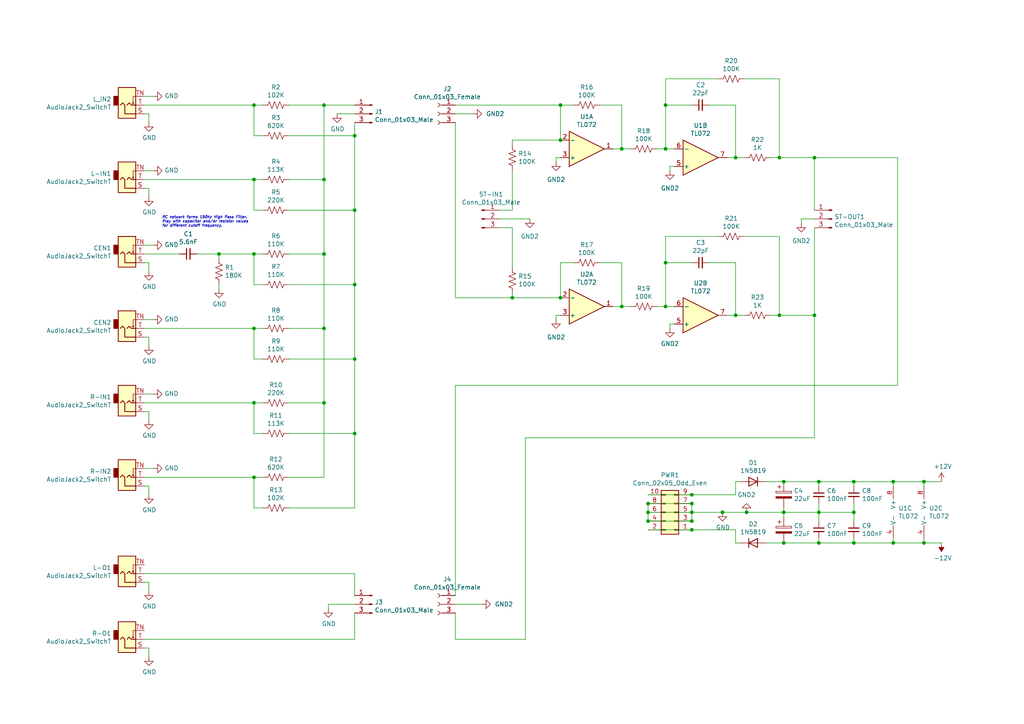
<source format=kicad_sch>
(kicad_sch (version 20230121) (generator eeschema)
  (paper "A4")
  (title_block (title "Mixor Image") (date "2022-03-31") (rev "5") (company "Modular Maculata") (comment 1 "(inspired by nearness mixer)") (comment 2 "CONSTANT POWER PANNING (-35, -15, 0, 15, 35)"))
  (lib_symbols
    (symbol "Amplifier_Operational:TL072" (pin_names (offset 0.127))
      (property "Reference" "U" (at 0 5.08 0))
      (property "Value" "TL072" (at 0 -5.08 0))
      (symbol "TL072_1_1"
        (polyline (pts (xy -5.08 5.08) (xy 5.08 0) (xy -5.08 -5.08) (xy -5.08 5.08)) (stroke (width 0.254)) (fill (type background)))
        (pin output line (at 7.62 0 180) (length 2.54) (name "~") (number "1"))
        (pin input line (at -7.62 -2.54 0) (length 2.54) (name "-") (number "2"))
        (pin input line (at -7.62 2.54 0) (length 2.54) (name "+") (number "3"))
      )
      (symbol "TL072_2_1"
        (polyline (pts (xy -5.08 5.08) (xy 5.08 0) (xy -5.08 -5.08) (xy -5.08 5.08)) (stroke (width 0.254)) (fill (type background)))
        (pin input line (at -7.62 2.54 0) (length 2.54) (name "+") (number "5"))
        (pin input line (at -7.62 -2.54 0) (length 2.54) (name "-") (number "6"))
        (pin output line (at 7.62 0 180) (length 2.54) (name "~") (number "7"))
      )
      (symbol "TL072_3_1"
        (pin power_in line (at -2.54 -7.62 90) (length 3.81) (name "V-") (number "4"))
        (pin power_in line (at -2.54 7.62 270) (length 3.81) (name "V+") (number "8"))
      )
    )
    (symbol "Connector:Conn_01x03_Pin" (pin_names (offset 1.016) hide)
      (property "Reference" "J" (at 0 5.08 0))
      (property "Value" "Conn_01x03_Pin" (at 0 -5.08 0))
      (symbol "Conn_01x03_Pin_1_1"
        (polyline (pts (xy 1.27 -2.54) (xy 0.8636 -2.54)) (stroke (width 0.1524)))
        (polyline (pts (xy 1.27 0) (xy 0.8636 0)) (stroke (width 0.1524)))
        (polyline (pts (xy 1.27 2.54) (xy 0.8636 2.54)) (stroke (width 0.1524)))
        (rectangle (start 0.8636 -2.413) (end 0 -2.667) (stroke (width 0.1524)) (fill (type outline)))
        (rectangle (start 0.8636 0.127) (end 0 -0.127) (stroke (width 0.1524)) (fill (type outline)))
        (rectangle (start 0.8636 2.667) (end 0 2.413) (stroke (width 0.1524)) (fill (type outline)))
        (pin passive line (at 5.08 2.54 180) (length 3.81) (name "Pin_1") (number "1"))
        (pin passive line (at 5.08 0 180) (length 3.81) (name "Pin_2") (number "2"))
        (pin passive line (at 5.08 -2.54 180) (length 3.81) (name "Pin_3") (number "3"))
      )
    )
    (symbol "Connector:Conn_01x03_Socket" (pin_names (offset 1.016) hide)
      (property "Reference" "J" (at 0 5.08 0))
      (property "Value" "Conn_01x03_Socket" (at 0 -5.08 0))
      (symbol "Conn_01x03_Socket_1_1"
        (arc (start 0 -2.032) (mid -0.5058 -2.54) (end 0 -3.048) (stroke (width 0.1524)))
        (polyline (pts (xy -1.27 -2.54) (xy -0.508 -2.54)) (stroke (width 0.1524)))
        (polyline (pts (xy -1.27 0) (xy -0.508 0)) (stroke (width 0.1524)))
        (polyline (pts (xy -1.27 2.54) (xy -0.508 2.54)) (stroke (width 0.1524)))
        (arc (start 0 0.508) (mid -0.5058 0) (end 0 -0.508) (stroke (width 0.1524)))
        (arc (start 0 3.048) (mid -0.5058 2.54) (end 0 2.032) (stroke (width 0.1524)))
        (pin passive line (at -5.08 2.54 0) (length 3.81) (name "Pin_1") (number "1"))
        (pin passive line (at -5.08 0 0) (length 3.81) (name "Pin_2") (number "2"))
        (pin passive line (at -5.08 -2.54 0) (length 3.81) (name "Pin_3") (number "3"))
      )
    )
    (symbol "Connector_Audio:AudioJack2_SwitchT"
      (property "Reference" "J" (at 0 8.89 0))
      (property "Value" "AudioJack2_SwitchT" (at 0 6.35 0))
      (symbol "AudioJack2_SwitchT_0_1"
        (rectangle (start -2.54 0) (end -3.81 -2.54) (stroke (width 0.254)) (fill (type outline)))
        (polyline (pts (xy 1.778 -0.254) (xy 2.032 -0.762)))
        (polyline (pts (xy 0 0) (xy 0.635 -0.635) (xy 1.27 0) (xy 2.54 0)) (stroke (width 0.254)))
        (polyline (pts (xy 2.54 -2.54) (xy 1.778 -2.54) (xy 1.778 -0.254) (xy 1.524 -0.762)))
        (polyline (pts (xy 2.54 2.54) (xy -0.635 2.54) (xy -0.635 0) (xy -1.27 -0.635) (xy -1.905 0)) (stroke (width 0.254)))
        (rectangle (start 2.54 3.81) (end -2.54 -5.08) (stroke (width 0.254)) (fill (type background)))
      )
      (symbol "AudioJack2_SwitchT_1_1"
        (pin passive line (at 5.08 2.54 180) (length 2.54) (name "~") (number "S"))
        (pin passive line (at 5.08 0 180) (length 2.54) (name "~") (number "T"))
        (pin passive line (at 5.08 -2.54 180) (length 2.54) (name "~") (number "TN"))
      )
    )
    (symbol "Connector_Generic:Conn_02x05_Odd_Even" (pin_names (offset 1.016) hide)
      (property "Reference" "J" (at 1.27 7.62 0))
      (property "Value" "Conn_02x05_Odd_Even" (at 1.27 -7.62 0))
      (symbol "Conn_02x05_Odd_Even_1_1"
        (rectangle (start -1.27 -4.953) (end 0 -5.207) (stroke (width 0.1524)))
        (rectangle (start -1.27 -2.413) (end 0 -2.667) (stroke (width 0.1524)))
        (rectangle (start -1.27 0.127) (end 0 -0.127) (stroke (width 0.1524)))
        (rectangle (start -1.27 2.667) (end 0 2.413) (stroke (width 0.1524)))
        (rectangle (start -1.27 5.207) (end 0 4.953) (stroke (width 0.1524)))
        (rectangle (start -1.27 6.35) (end 3.81 -6.35) (stroke (width 0.254)) (fill (type background)))
        (rectangle (start 3.81 -4.953) (end 2.54 -5.207) (stroke (width 0.1524)))
        (rectangle (start 3.81 -2.413) (end 2.54 -2.667) (stroke (width 0.1524)))
        (rectangle (start 3.81 0.127) (end 2.54 -0.127) (stroke (width 0.1524)))
        (rectangle (start 3.81 2.667) (end 2.54 2.413) (stroke (width 0.1524)))
        (rectangle (start 3.81 5.207) (end 2.54 4.953) (stroke (width 0.1524)))
        (pin passive line (at -5.08 5.08 0) (length 3.81) (name "Pin_1") (number "1"))
        (pin passive line (at 7.62 -5.08 180) (length 3.81) (name "Pin_10") (number "10"))
        (pin passive line (at 7.62 5.08 180) (length 3.81) (name "Pin_2") (number "2"))
        (pin passive line (at -5.08 2.54 0) (length 3.81) (name "Pin_3") (number "3"))
        (pin passive line (at 7.62 2.54 180) (length 3.81) (name "Pin_4") (number "4"))
        (pin passive line (at -5.08 0 0) (length 3.81) (name "Pin_5") (number "5"))
        (pin passive line (at 7.62 0 180) (length 3.81) (name "Pin_6") (number "6"))
        (pin passive line (at -5.08 -2.54 0) (length 3.81) (name "Pin_7") (number "7"))
        (pin passive line (at 7.62 -2.54 180) (length 3.81) (name "Pin_8") (number "8"))
        (pin passive line (at -5.08 -5.08 0) (length 3.81) (name "Pin_9") (number "9"))
      )
    )
    (symbol "Device:C_Polarized" (pin_numbers hide) (pin_names (offset 0.254))
      (property "Reference" "C" (at 0.635 2.54 0))
      (property "Value" "C_Polarized" (at 0.635 -2.54 0))
      (symbol "C_Polarized_0_1"
        (rectangle (start -2.286 0.508) (end 2.286 1.016))
        (polyline (pts (xy -1.778 2.286) (xy -0.762 2.286)))
        (polyline (pts (xy -1.27 2.794) (xy -1.27 1.778)))
        (rectangle (start 2.286 -0.508) (end -2.286 -1.016) (fill (type outline)))
      )
      (symbol "C_Polarized_1_1"
        (pin passive line (at 0 3.81 270) (length 2.794) (name "~") (number "1"))
        (pin passive line (at 0 -3.81 90) (length 2.794) (name "~") (number "2"))
      )
    )
    (symbol "Device:C_Small" (pin_numbers hide) (pin_names (offset 0.254) hide)
      (property "Reference" "C" (at 0.254 1.778 0))
      (property "Value" "C_Small" (at 0.254 -2.032 0))
      (symbol "C_Small_0_1"
        (polyline (pts (xy -1.524 -0.508) (xy 1.524 -0.508)) (stroke (width 0.3302)))
        (polyline (pts (xy -1.524 0.508) (xy 1.524 0.508)) (stroke (width 0.3048)))
      )
      (symbol "C_Small_1_1"
        (pin passive line (at 0 2.54 270) (length 2.032) (name "~") (number "1"))
        (pin passive line (at 0 -2.54 90) (length 2.032) (name "~") (number "2"))
      )
    )
    (symbol "Device:D" (pin_numbers hide) (pin_names (offset 1.016) hide)
      (property "Reference" "D" (at 0 2.54 0))
      (property "Value" "D" (at 0 -2.54 0))
      (symbol "D_0_1"
        (polyline (pts (xy -1.27 1.27) (xy -1.27 -1.27)) (stroke (width 0.254)))
        (polyline (pts (xy 1.27 0) (xy -1.27 0)))
        (polyline (pts (xy 1.27 1.27) (xy 1.27 -1.27) (xy -1.27 0) (xy 1.27 1.27)) (stroke (width 0.254)))
      )
      (symbol "D_1_1"
        (pin passive line (at -3.81 0 0) (length 2.54) (name "K") (number "1"))
        (pin passive line (at 3.81 0 180) (length 2.54) (name "A") (number "2"))
      )
    )
    (symbol "Device:R_US" (pin_numbers hide) (pin_names (offset 0))
      (property "Reference" "R" (at 2.54 0 90))
      (property "Value" "R_US" (at -2.54 0 90))
      (symbol "R_US_0_1"
        (polyline (pts (xy 0 -2.286) (xy 0 -2.54)))
        (polyline (pts (xy 0 2.286) (xy 0 2.54)))
        (polyline (pts (xy 0 -0.762) (xy 1.016 -1.143) (xy 0 -1.524) (xy -1.016 -1.905) (xy 0 -2.286)))
        (polyline (pts (xy 0 0.762) (xy 1.016 0.381) (xy 0 0) (xy -1.016 -0.381) (xy 0 -0.762)))
        (polyline (pts (xy 0 2.286) (xy 1.016 1.905) (xy 0 1.524) (xy -1.016 1.143) (xy 0 0.762)))
      )
      (symbol "R_US_1_1"
        (pin passive line (at 0 3.81 270) (length 1.27) (name "~") (number "1"))
        (pin passive line (at 0 -3.81 90) (length 1.27) (name "~") (number "2"))
      )
    )
    (symbol "power:+12V" (power) (pin_names (offset 0))
      (property "Value" "+12V" (at 0 3.556 0))
      (symbol "+12V_0_1"
        (polyline (pts (xy -0.762 1.27) (xy 0 2.54)))
        (polyline (pts (xy 0 0) (xy 0 2.54)))
        (polyline (pts (xy 0 2.54) (xy 0.762 1.27)))
      )
      (symbol "+12V_1_1"
        (pin power_in line (at 0 0 90) (length 0) hide (name "+12V") (number "1"))
      )
    )
    (symbol "power:-12V" (power) (pin_names (offset 0))
      (property "Value" "-12V" (at 0 3.81 0))
      (symbol "-12V_0_0"
        (pin power_in line (at 0 0 90) (length 0) hide (name "-12V") (number "1"))
      )
      (symbol "-12V_0_1"
        (polyline (pts (xy 0 0) (xy 0 1.27) (xy 0.762 1.27) (xy 0 2.54) (xy -0.762 1.27) (xy 0 1.27)) (fill (type outline)))
      )
    )
    (symbol "power:GND" (power) (pin_names (offset 0))
      (property "Value" "GND" (at 0 -3.81 0))
      (symbol "GND_0_1"
        (polyline (pts (xy 0 0) (xy 0 -1.27) (xy 1.27 -1.27) (xy 0 -2.54) (xy -1.27 -1.27) (xy 0 -1.27)))
      )
      (symbol "GND_1_1"
        (pin power_in line (at 0 0 270) (length 0) hide (name "GND") (number "1"))
      )
    )
    (symbol "power:GND2" (power) (pin_names (offset 0))
      (property "Value" "GND2" (at 0 -3.81 0))
      (symbol "GND2_0_1"
        (polyline (pts (xy 0 0) (xy 0 -1.27) (xy 1.27 -1.27) (xy 0 -2.54) (xy -1.27 -1.27) (xy 0 -1.27)))
      )
      (symbol "GND2_1_1"
        (pin power_in line (at 0 0 270) (length 0) hide (name "GND2") (number "1"))
      )
    )
  )
  (junction (at 213.36 45.72))
  (junction (at 162.56 30.48))
  (junction (at 193.04 30.48))
  (junction (at 102.87 60.96))
  (junction (at 227.33 148.59))
  (junction (at 93.98 52.07))
  (junction (at 102.87 39.37))
  (junction (at 162.56 40.64))
  (junction (at 259.08 157.48))
  (junction (at 237.49 139.7))
  (junction (at 216.535 148.59))
  (junction (at 180.34 43.18))
  (junction (at 200.66 148.59))
  (junction (at 259.08 139.7))
  (junction (at 193.04 88.9))
  (junction (at 73.66 116.84))
  (junction (at 63.5 73.66))
  (junction (at 227.33 157.48))
  (junction (at 247.65 139.7))
  (junction (at 247.65 157.48))
  (junction (at 162.56 86.36))
  (junction (at 73.66 138.43))
  (junction (at 187.96 151.13))
  (junction (at 226.06 91.44))
  (junction (at 236.22 91.44))
  (junction (at 193.04 76.2))
  (junction (at 200.66 146.05))
  (junction (at 200.66 143.51))
  (junction (at 73.66 73.66))
  (junction (at 180.34 88.9))
  (junction (at 102.87 104.14))
  (junction (at 200.66 151.13))
  (junction (at 73.66 52.07))
  (junction (at 193.04 43.18))
  (junction (at 187.96 146.05))
  (junction (at 267.97 157.48))
  (junction (at 237.49 157.48))
  (junction (at 102.87 82.55))
  (junction (at 102.87 125.73))
  (junction (at 267.97 139.7))
  (junction (at 227.33 139.7))
  (junction (at 187.96 148.59))
  (junction (at 209.55 148.59))
  (junction (at 73.66 95.25))
  (junction (at 148.59 86.36))
  (junction (at 236.22 45.72))
  (junction (at 93.98 95.25))
  (junction (at 237.49 148.59))
  (junction (at 93.98 116.84))
  (junction (at 93.98 73.66))
  (junction (at 247.65 148.59))
  (junction (at 200.66 153.67))
  (junction (at 226.06 45.72))
  (junction (at 93.98 30.48))
  (junction (at 213.36 91.44))
  (junction (at 73.66 30.48))
  (wire (pts (xy 83.82 125.73) (xy 102.87 125.73)))
  (wire (pts (xy 41.91 185.42) (xy 102.87 185.42)))
  (wire (pts (xy 57.15 73.66) (xy 63.5 73.66)))
  (wire (pts (xy 132.08 111.76) (xy 260.35 111.76)))
  (wire (pts (xy 83.82 82.55) (xy 102.87 82.55)))
  (wire (pts (xy 144.78 66.04) (xy 148.59 66.04)))
  (wire (pts (xy 180.34 30.48) (xy 180.34 43.18)))
  (wire (pts (xy 193.04 88.9) (xy 195.58 88.9)))
  (wire (pts (xy 226.06 22.86) (xy 215.9 22.86)))
  (wire (pts (xy 76.2 39.37) (xy 73.66 39.37)))
  (wire (pts (xy 162.56 30.48) (xy 162.56 40.64)))
  (wire (pts (xy 187.96 146.05) (xy 200.66 146.05)))
  (wire (pts (xy 223.52 45.72) (xy 226.06 45.72)))
  (wire (pts (xy 73.66 60.96) (xy 73.66 52.07)))
  (wire (pts (xy 73.66 82.55) (xy 73.66 73.66)))
  (wire (pts (xy 102.87 147.32) (xy 102.87 125.73)))
  (wire (pts (xy 214.63 157.48) (xy 213.36 157.48)))
  (wire (pts (xy 215.9 45.72) (xy 213.36 45.72)))
  (wire (pts (xy 41.91 33.02) (xy 43.18 33.02)))
  (wire (pts (xy 83.82 73.66) (xy 93.98 73.66)))
  (wire (pts (xy 227.33 148.59) (xy 227.33 147.32)))
  (wire (pts (xy 83.82 116.84) (xy 93.98 116.84)))
  (wire (pts (xy 237.49 156.21) (xy 237.49 157.48)))
  (wire (pts (xy 237.49 146.05) (xy 237.49 148.59)))
  (wire (pts (xy 83.82 95.25) (xy 93.98 95.25)))
  (wire (pts (xy 102.87 104.14) (xy 102.87 82.55)))
  (wire (pts (xy 210.82 91.44) (xy 213.36 91.44)))
  (wire (pts (xy 43.18 119.38) (xy 43.18 121.92)))
  (wire (pts (xy 102.87 60.96) (xy 102.87 39.37)))
  (wire (pts (xy 236.22 91.44) (xy 236.22 127)))
  (wire (pts (xy 173.99 76.2) (xy 180.34 76.2)))
  (wire (pts (xy 226.06 45.72) (xy 226.06 22.86)))
  (wire (pts (xy 43.18 54.61) (xy 43.18 57.15)))
  (wire (pts (xy 148.59 60.96) (xy 144.78 60.96)))
  (wire (pts (xy 43.18 33.02) (xy 43.18 35.56)))
  (wire (pts (xy 213.36 30.48) (xy 205.74 30.48)))
  (wire (pts (xy 173.99 30.48) (xy 180.34 30.48)))
  (wire (pts (xy 43.18 97.79) (xy 43.18 100.33)))
  (wire (pts (xy 247.65 148.59) (xy 247.65 151.13)))
  (wire (pts (xy 194.31 49.53) (xy 194.31 48.26)))
  (wire (pts (xy 194.31 95.25) (xy 194.31 93.98)))
  (wire (pts (xy 132.08 172.72) (xy 132.08 111.76)))
  (wire (pts (xy 102.87 166.37) (xy 102.87 172.72)))
  (wire (pts (xy 132.08 35.56) (xy 132.08 86.36)))
  (wire (pts (xy 193.04 76.2) (xy 193.04 88.9)))
  (wire (pts (xy 210.82 45.72) (xy 213.36 45.72)))
  (wire (pts (xy 41.91 138.43) (xy 73.66 138.43)))
  (wire (pts (xy 209.55 148.59) (xy 200.66 148.59)))
  (wire (pts (xy 222.25 139.7) (xy 227.33 139.7)))
  (wire (pts (xy 73.66 116.84) (xy 76.2 116.84)))
  (wire (pts (xy 237.49 157.48) (xy 247.65 157.48)))
  (wire (pts (xy 148.59 86.36) (xy 148.59 85.09)))
  (wire (pts (xy 247.65 139.7) (xy 259.08 139.7)))
  (wire (pts (xy 267.97 157.48) (xy 267.97 156.21)))
  (wire (pts (xy 259.08 157.48) (xy 267.97 157.48)))
  (wire (pts (xy 208.28 68.58) (xy 193.04 68.58)))
  (wire (pts (xy 73.66 147.32) (xy 73.66 138.43)))
  (wire (pts (xy 152.4 127) (xy 152.4 185.42)))
  (wire (pts (xy 162.56 45.72) (xy 161.29 45.72)))
  (wire (pts (xy 161.29 45.72) (xy 161.29 46.99)))
  (wire (pts (xy 41.91 116.84) (xy 73.66 116.84)))
  (wire (pts (xy 148.59 41.91) (xy 148.59 40.64)))
  (wire (pts (xy 209.55 148.59) (xy 216.535 148.59)))
  (wire (pts (xy 187.96 146.05) (xy 187.96 148.59)))
  (wire (pts (xy 213.36 45.72) (xy 213.36 30.48)))
  (wire (pts (xy 162.56 91.44) (xy 161.29 91.44)))
  (wire (pts (xy 73.66 52.07) (xy 76.2 52.07)))
  (wire (pts (xy 193.04 68.58) (xy 193.04 76.2)))
  (wire (pts (xy 213.36 91.44) (xy 213.36 76.2)))
  (wire (pts (xy 43.18 187.96) (xy 43.18 190.5)))
  (wire (pts (xy 247.65 156.21) (xy 247.65 157.48)))
  (wire (pts (xy 213.36 153.67) (xy 200.66 153.67)))
  (wire (pts (xy 226.06 91.44) (xy 223.52 91.44)))
  (wire (pts (xy 180.34 76.2) (xy 180.34 88.9)))
  (wire (pts (xy 193.04 43.18) (xy 195.58 43.18)))
  (wire (pts (xy 166.37 30.48) (xy 162.56 30.48)))
  (wire (pts (xy 236.22 66.04) (xy 236.22 91.44)))
  (wire (pts (xy 213.36 139.7) (xy 213.36 143.51)))
  (wire (pts (xy 227.33 157.48) (xy 237.49 157.48)))
  (wire (pts (xy 41.91 187.96) (xy 43.18 187.96)))
  (wire (pts (xy 76.2 82.55) (xy 73.66 82.55)))
  (wire (pts (xy 259.08 156.21) (xy 259.08 157.48)))
  (wire (pts (xy 187.96 148.59) (xy 200.66 148.59)))
  (wire (pts (xy 193.04 30.48) (xy 193.04 43.18)))
  (wire (pts (xy 76.2 104.14) (xy 73.66 104.14)))
  (wire (pts (xy 83.82 30.48) (xy 93.98 30.48)))
  (wire (pts (xy 41.91 140.97) (xy 43.18 140.97)))
  (wire (pts (xy 44.45 92.71) (xy 41.91 92.71)))
  (wire (pts (xy 41.91 54.61) (xy 43.18 54.61)))
  (wire (pts (xy 148.59 49.53) (xy 148.59 60.96)))
  (wire (pts (xy 132.08 86.36) (xy 148.59 86.36)))
  (wire (pts (xy 93.98 116.84) (xy 93.98 95.25)))
  (wire (pts (xy 44.45 27.94) (xy 41.91 27.94)))
  (wire (pts (xy 236.22 45.72) (xy 226.06 45.72)))
  (wire (pts (xy 63.5 82.55) (xy 63.5 83.82)))
  (wire (pts (xy 83.82 104.14) (xy 102.87 104.14)))
  (wire (pts (xy 76.2 147.32) (xy 73.66 147.32)))
  (wire (pts (xy 73.66 30.48) (xy 76.2 30.48)))
  (wire (pts (xy 132.08 185.42) (xy 132.08 177.8)))
  (wire (pts (xy 273.05 139.7) (xy 267.97 139.7)))
  (wire (pts (xy 236.22 63.5) (xy 232.41 63.5)))
  (wire (pts (xy 187.96 151.13) (xy 187.96 148.59)))
  (wire (pts (xy 152.4 185.42) (xy 132.08 185.42)))
  (wire (pts (xy 41.91 52.07) (xy 73.66 52.07)))
  (wire (pts (xy 267.97 139.7) (xy 267.97 140.97)))
  (wire (pts (xy 236.22 127) (xy 152.4 127)))
  (wire (pts (xy 93.98 73.66) (xy 93.98 52.07)))
  (wire (pts (xy 260.35 111.76) (xy 260.35 45.72)))
  (wire (pts (xy 73.66 104.14) (xy 73.66 95.25)))
  (wire (pts (xy 43.18 140.97) (xy 43.18 143.51)))
  (wire (pts (xy 95.25 175.26) (xy 95.25 176.53)))
  (wire (pts (xy 41.91 76.2) (xy 43.18 76.2)))
  (wire (pts (xy 41.91 97.79) (xy 43.18 97.79)))
  (wire (pts (xy 41.91 168.91) (xy 43.18 168.91)))
  (wire (pts (xy 259.08 140.97) (xy 259.08 139.7)))
  (wire (pts (xy 200.66 151.13) (xy 200.66 148.59)))
  (wire (pts (xy 132.08 33.02) (xy 137.16 33.02)))
  (wire (pts (xy 93.98 95.25) (xy 93.98 73.66)))
  (wire (pts (xy 43.18 168.91) (xy 43.18 171.45)))
  (wire (pts (xy 200.66 146.05) (xy 200.66 148.59)))
  (wire (pts (xy 236.22 91.44) (xy 226.06 91.44)))
  (wire (pts (xy 273.05 157.48) (xy 267.97 157.48)))
  (wire (pts (xy 148.59 66.04) (xy 148.59 77.47)))
  (wire (pts (xy 187.96 151.13) (xy 200.66 151.13)))
  (wire (pts (xy 102.87 33.02) (xy 97.79 33.02)))
  (wire (pts (xy 41.91 119.38) (xy 43.18 119.38)))
  (wire (pts (xy 41.91 30.48) (xy 73.66 30.48)))
  (wire (pts (xy 194.31 93.98) (xy 195.58 93.98)))
  (wire (pts (xy 162.56 86.36) (xy 148.59 86.36)))
  (wire (pts (xy 162.56 76.2) (xy 162.56 86.36)))
  (wire (pts (xy 83.82 60.96) (xy 102.87 60.96)))
  (wire (pts (xy 236.22 60.96) (xy 236.22 45.72)))
  (wire (pts (xy 166.37 76.2) (xy 162.56 76.2)))
  (wire (pts (xy 227.33 149.86) (xy 227.33 148.59)))
  (wire (pts (xy 161.29 91.44) (xy 161.29 92.71)))
  (wire (pts (xy 73.66 125.73) (xy 73.66 116.84)))
  (wire (pts (xy 216.535 148.59) (xy 227.33 148.59)))
  (wire (pts (xy 187.96 143.51) (xy 200.66 143.51)))
  (wire (pts (xy 208.28 22.86) (xy 193.04 22.86)))
  (wire (pts (xy 227.33 148.59) (xy 237.49 148.59)))
  (wire (pts (xy 190.5 88.9) (xy 193.04 88.9)))
  (wire (pts (xy 139.7 175.26) (xy 132.08 175.26)))
  (wire (pts (xy 237.49 139.7) (xy 247.65 139.7)))
  (wire (pts (xy 144.78 63.5) (xy 153.67 63.5)))
  (wire (pts (xy 213.36 157.48) (xy 213.36 153.67)))
  (wire (pts (xy 213.36 76.2) (xy 205.74 76.2)))
  (wire (pts (xy 63.5 74.93) (xy 63.5 73.66)))
  (wire (pts (xy 132.08 30.48) (xy 162.56 30.48)))
  (wire (pts (xy 222.25 157.48) (xy 227.33 157.48)))
  (wire (pts (xy 83.82 52.07) (xy 93.98 52.07)))
  (wire (pts (xy 44.45 49.53) (xy 41.91 49.53)))
  (wire (pts (xy 83.82 39.37) (xy 102.87 39.37)))
  (wire (pts (xy 200.66 30.48) (xy 193.04 30.48)))
  (wire (pts (xy 226.06 68.58) (xy 226.06 91.44)))
  (wire (pts (xy 102.87 175.26) (xy 95.25 175.26)))
  (wire (pts (xy 93.98 30.48) (xy 102.87 30.48)))
  (wire (pts (xy 76.2 125.73) (xy 73.66 125.73)))
  (wire (pts (xy 200.66 76.2) (xy 193.04 76.2)))
  (wire (pts (xy 193.04 22.86) (xy 193.04 30.48)))
  (wire (pts (xy 83.82 147.32) (xy 102.87 147.32)))
  (wire (pts (xy 43.18 76.2) (xy 43.18 78.74)))
  (wire (pts (xy 247.65 140.97) (xy 247.65 139.7)))
  (wire (pts (xy 247.65 148.59) (xy 237.49 148.59)))
  (wire (pts (xy 44.45 135.89) (xy 41.91 135.89)))
  (wire (pts (xy 93.98 138.43) (xy 93.98 116.84)))
  (wire (pts (xy 41.91 166.37) (xy 102.87 166.37)))
  (wire (pts (xy 227.33 139.7) (xy 237.49 139.7)))
  (wire (pts (xy 83.82 138.43) (xy 93.98 138.43)))
  (wire (pts (xy 213.36 143.51) (xy 200.66 143.51)))
  (wire (pts (xy 76.2 73.66) (xy 73.66 73.66)))
  (wire (pts (xy 194.31 48.26) (xy 195.58 48.26)))
  (wire (pts (xy 180.34 88.9) (xy 177.8 88.9)))
  (wire (pts (xy 247.65 146.05) (xy 247.65 148.59)))
  (wire (pts (xy 260.35 45.72) (xy 236.22 45.72)))
  (wire (pts (xy 76.2 60.96) (xy 73.66 60.96)))
  (wire (pts (xy 259.08 139.7) (xy 267.97 139.7)))
  (wire (pts (xy 187.96 153.67) (xy 200.66 153.67)))
  (wire (pts (xy 73.66 95.25) (xy 76.2 95.25)))
  (wire (pts (xy 41.91 73.66) (xy 52.07 73.66)))
  (wire (pts (xy 247.65 157.48) (xy 259.08 157.48)))
  (wire (pts (xy 63.5 73.66) (xy 73.66 73.66)))
  (wire (pts (xy 232.41 63.5) (xy 232.41 64.77)))
  (wire (pts (xy 41.91 95.25) (xy 73.66 95.25)))
  (wire (pts (xy 102.87 82.55) (xy 102.87 60.96)))
  (wire (pts (xy 190.5 43.18) (xy 193.04 43.18)))
  (wire (pts (xy 182.88 88.9) (xy 180.34 88.9)))
  (wire (pts (xy 93.98 52.07) (xy 93.98 30.48)))
  (wire (pts (xy 177.8 43.18) (xy 180.34 43.18)))
  (wire (pts (xy 148.59 40.64) (xy 162.56 40.64)))
  (wire (pts (xy 215.9 91.44) (xy 213.36 91.44)))
  (wire (pts (xy 215.9 68.58) (xy 226.06 68.58)))
  (wire (pts (xy 44.45 114.3) (xy 41.91 114.3)))
  (wire (pts (xy 73.66 39.37) (xy 73.66 30.48)))
  (wire (pts (xy 237.49 148.59) (xy 237.49 151.13)))
  (wire (pts (xy 237.49 140.97) (xy 237.49 139.7)))
  (wire (pts (xy 214.63 139.7) (xy 213.36 139.7)))
  (wire (pts (xy 102.87 125.73) (xy 102.87 104.14)))
  (wire (pts (xy 102.87 39.37) (xy 102.87 35.56)))
  (wire (pts (xy 180.34 43.18) (xy 182.88 43.18)))
  (wire (pts (xy 44.45 71.12) (xy 41.91 71.12)))
  (wire (pts (xy 102.87 185.42) (xy 102.87 177.8)))
  (wire (pts (xy 73.66 138.43) (xy 76.2 138.43)))
  (text "RC network forms 150hz High Pass Filter.\nPlay with capacitor and/or resistor values\nfor different cutoff frequency." (at 46.99 66.04 0) (effects (font (size 0.762 0.762) italic) (justify left bottom)))
  (symbol (lib_id "Connector_Audio:AudioJack2_SwitchT") (at 36.83 30.48 0) (mirror x) (unit 1)
    (property "Reference" "L_IN2" (at 32.2834 28.7782 0) (effects (justify right)))
    (property "Value" "AudioJack2_SwitchT" (at 32.2834 31.0896 0) (effects (justify right)))
    (property "Footprint" "thonk:Jack_3.5mm_QingPu_WQP-PJ301M-12_Vertical" (effects hide))
  )
  (symbol (lib_id "Connector_Audio:AudioJack2_SwitchT") (at 36.83 52.07 0) (mirror x) (unit 1)
    (property "Reference" "L-IN1" (at 32.2834 50.3682 0) (effects (justify right)))
    (property "Value" "AudioJack2_SwitchT" (at 32.2834 52.6796 0) (effects (justify right)))
    (property "Footprint" "AudioJacks:Jack_3.5mm_QingPu_WQP-PJ398SM_Vertical" (effects hide))
  )
  (symbol (lib_id "Connector_Audio:AudioJack2_SwitchT") (at 36.83 73.66 0) (mirror x) (unit 1)
    (property "Reference" "CEN1" (at 32.2834 71.9582 0) (effects (justify right)))
    (property "Value" "AudioJack2_SwitchT" (at 32.2834 74.2696 0) (effects (justify right)))
    (property "Footprint" "AudioJacks:Jack_3.5mm_QingPu_WQP-PJ398SM_Vertical" (effects hide))
  )
  (symbol (lib_id "Connector_Audio:AudioJack2_SwitchT") (at 36.83 95.25 0) (mirror x) (unit 1)
    (property "Reference" "CEN2" (at 32.2834 93.5482 0) (effects (justify right)))
    (property "Value" "AudioJack2_SwitchT" (at 32.2834 95.8596 0) (effects (justify right)))
    (property "Footprint" "AudioJacks:Jack_3.5mm_QingPu_WQP-PJ398SM_Vertical" (effects hide))
  )
  (symbol (lib_id "Connector_Audio:AudioJack2_SwitchT") (at 36.83 116.84 0) (mirror x) (unit 1)
    (property "Reference" "R-IN1" (at 32.2834 115.1382 0) (effects (justify right)))
    (property "Value" "AudioJack2_SwitchT" (at 32.2834 117.4496 0) (effects (justify right)))
    (property "Footprint" "AudioJacks:Jack_3.5mm_QingPu_WQP-PJ398SM_Vertical" (effects hide))
  )
  (symbol (lib_id "Connector_Audio:AudioJack2_SwitchT") (at 36.83 138.43 0) (mirror x) (unit 1)
    (property "Reference" "R-IN2" (at 32.2834 136.7282 0) (effects (justify right)))
    (property "Value" "AudioJack2_SwitchT" (at 32.2834 139.0396 0) (effects (justify right)))
    (property "Footprint" "AudioJacks:Jack_3.5mm_QingPu_WQP-PJ398SM_Vertical" (effects hide))
  )
  (symbol (lib_id "Connector_Audio:AudioJack2_SwitchT") (at 36.83 166.37 0) (mirror x) (unit 1)
    (property "Reference" "L-O1" (at 32.2834 164.6682 0) (effects (justify right)))
    (property "Value" "AudioJack2_SwitchT" (at 32.2834 166.9796 0) (effects (justify right)))
    (property "Footprint" "AudioJacks:Jack_3.5mm_QingPu_WQP-PJ398SM_Vertical" (effects hide))
  )
  (symbol (lib_id "Connector_Audio:AudioJack2_SwitchT") (at 36.83 185.42 0) (mirror x) (unit 1)
    (property "Reference" "R-O1" (at 32.2834 183.7182 0) (effects (justify right)))
    (property "Value" "AudioJack2_SwitchT" (at 32.2834 186.0296 0) (effects (justify right)))
    (property "Footprint" "AudioJacks:Jack_3.5mm_QingPu_WQP-PJ398SM_Vertical" (effects hide))
  )
  (symbol (lib_id "power:GND") (at 43.18 35.56 0) (unit 1)
    (property "Reference" "#PWR0101" (effects hide))
    (property "Value" "GND" (at 43.307 39.9542 0))
  )
  (symbol (lib_id "power:GND") (at 43.18 57.15 0) (unit 1)
    (property "Reference" "#PWR0102" (effects hide))
    (property "Value" "GND" (at 43.307 61.5442 0))
  )
  (symbol (lib_id "power:GND") (at 43.18 78.74 0) (unit 1)
    (property "Reference" "#PWR0104" (effects hide))
    (property "Value" "GND" (at 43.307 83.1342 0))
  )
  (symbol (lib_id "power:GND") (at 43.18 100.33 0) (unit 1)
    (property "Reference" "#PWR0105" (effects hide))
    (property "Value" "GND" (at 43.307 104.7242 0))
  )
  (symbol (lib_id "power:GND") (at 43.18 121.92 0) (unit 1)
    (property "Reference" "#PWR0106" (effects hide))
    (property "Value" "GND" (at 43.307 126.3142 0))
  )
  (symbol (lib_id "power:GND") (at 43.18 143.51 0) (unit 1)
    (property "Reference" "#PWR0107" (effects hide))
    (property "Value" "GND" (at 43.307 147.9042 0))
  )
  (symbol (lib_id "Device:R_US") (at 63.5 78.74 0) (unit 1)
    (property "Reference" "R1" (at 65.2272 77.5716 0) (effects (justify left)))
    (property "Value" "180K" (at 65.2272 79.883 0) (effects (justify left)))
    (property "Footprint" "Resistor_THT:R_Axial_DIN0204_L3.6mm_D1.6mm_P1.90mm_Vertical" (effects hide))
  )
  (symbol (lib_id "power:GND") (at 63.5 83.82 0) (unit 1)
    (property "Reference" "#PWR0103" (effects hide))
    (property "Value" "GND" (at 63.627 88.2142 0))
  )
  (symbol (lib_id "Device:R_US") (at 80.01 73.66 90) (unit 1)
    (property "Reference" "R6" (at 80.01 68.453 90))
    (property "Value" "110K" (at 80.01 70.7644 90))
    (property "Footprint" "Resistor_THT:R_Axial_DIN0204_L3.6mm_D1.6mm_P1.90mm_Vertical" (effects hide))
  )
  (symbol (lib_id "Device:R_US") (at 80.01 82.55 90) (unit 1)
    (property "Reference" "R7" (at 80.01 77.343 90))
    (property "Value" "110K" (at 80.01 79.6544 90))
    (property "Footprint" "Resistor_THT:R_Axial_DIN0204_L3.6mm_D1.6mm_P1.90mm_Vertical" (effects hide))
  )
  (symbol (lib_id "Device:R_US") (at 80.01 95.25 90) (unit 1)
    (property "Reference" "R8" (at 80.01 90.043 90))
    (property "Value" "110K" (at 80.01 92.3544 90))
    (property "Footprint" "Resistor_THT:R_Axial_DIN0204_L3.6mm_D1.6mm_P1.90mm_Vertical" (effects hide))
  )
  (symbol (lib_id "Device:R_US") (at 80.01 104.14 90) (unit 1)
    (property "Reference" "R9" (at 80.01 98.933 90))
    (property "Value" "110K" (at 80.01 101.2444 90))
    (property "Footprint" "Resistor_THT:R_Axial_DIN0204_L3.6mm_D1.6mm_P1.90mm_Vertical" (effects hide))
  )
  (symbol (lib_id "Device:R_US") (at 80.01 116.84 90) (unit 1)
    (property "Reference" "R10" (at 80.01 111.633 90))
    (property "Value" "220K" (at 80.01 113.9444 90))
    (property "Footprint" "Resistor_THT:R_Axial_DIN0204_L3.6mm_D1.6mm_P1.90mm_Vertical" (effects hide))
  )
  (symbol (lib_id "Device:R_US") (at 80.01 125.73 90) (unit 1)
    (property "Reference" "R11" (at 80.01 120.523 90))
    (property "Value" "113K" (at 80.01 122.8344 90))
    (property "Footprint" "Resistor_THT:R_Axial_DIN0204_L3.6mm_D1.6mm_P1.90mm_Vertical" (effects hide))
  )
  (symbol (lib_id "Device:R_US") (at 80.01 138.43 90) (unit 1)
    (property "Reference" "R12" (at 80.01 133.223 90))
    (property "Value" "620K" (at 80.01 135.5344 90))
    (property "Footprint" "Resistor_THT:R_Axial_DIN0204_L3.6mm_D1.6mm_P1.90mm_Vertical" (effects hide))
  )
  (symbol (lib_id "Device:R_US") (at 80.01 147.32 90) (unit 1)
    (property "Reference" "R13" (at 80.01 142.113 90))
    (property "Value" "102K" (at 80.01 144.4244 90))
    (property "Footprint" "Resistor_THT:R_Axial_DIN0204_L3.6mm_D1.6mm_P1.90mm_Vertical" (effects hide))
  )
  (symbol (lib_id "Device:R_US") (at 80.01 52.07 90) (unit 1)
    (property "Reference" "R4" (at 80.01 46.863 90))
    (property "Value" "113K" (at 80.01 49.1744 90))
    (property "Footprint" "Resistor_THT:R_Axial_DIN0204_L3.6mm_D1.6mm_P1.90mm_Vertical" (effects hide))
  )
  (symbol (lib_id "Device:R_US") (at 80.01 60.96 90) (unit 1)
    (property "Reference" "R5" (at 80.01 55.753 90))
    (property "Value" "220K" (at 80.01 58.0644 90))
    (property "Footprint" "Resistor_THT:R_Axial_DIN0204_L3.6mm_D1.6mm_P1.90mm_Vertical" (effects hide))
  )
  (symbol (lib_id "Device:R_US") (at 80.01 30.48 90) (unit 1)
    (property "Reference" "R2" (at 80.01 25.273 90))
    (property "Value" "102K" (at 80.01 27.5844 90))
    (property "Footprint" "Resistor_THT:R_Axial_DIN0204_L3.6mm_D1.6mm_P1.90mm_Vertical" (effects hide))
  )
  (symbol (lib_id "Device:R_US") (at 80.01 39.37 90) (unit 1)
    (property "Reference" "R3" (at 80.01 34.163 90))
    (property "Value" "620K" (at 80.01 36.4744 90))
    (property "Footprint" "Resistor_THT:R_Axial_DIN0204_L3.6mm_D1.6mm_P1.90mm_Vertical" (effects hide))
  )
  (symbol (lib_id "power:GND") (at 97.79 33.02 0) (unit 1)
    (property "Reference" "#PWR0108" (effects hide))
    (property "Value" "GND" (at 97.917 37.4142 0))
  )
  (symbol (lib_id "power:GND") (at 43.18 171.45 0) (unit 1)
    (property "Reference" "#PWR0109" (effects hide))
    (property "Value" "GND" (at 43.307 175.8442 0))
  )
  (symbol (lib_id "power:GND") (at 43.18 190.5 0) (unit 1)
    (property "Reference" "#PWR0110" (effects hide))
    (property "Value" "GND" (at 43.307 194.8942 0))
  )
  (symbol (lib_id "power:GND") (at 95.25 176.53 0) (unit 1)
    (property "Reference" "#PWR0111" (effects hide))
    (property "Value" "GND" (at 95.377 180.9242 0))
  )
  (symbol (lib_id "Connector:Conn_01x03_Pin") (at 107.95 33.02 0) (mirror y) (unit 1)
    (property "Reference" "J1" (at 108.6612 32.4104 0) (effects (justify right)))
    (property "Value" "Conn_01x03_Male" (at 108.6612 34.7218 0) (effects (justify right)))
    (property "Footprint" "Connector_PinHeader_2.54mm:PinHeader_1x03_P2.54mm_Vertical" (effects hide))
  )
  (symbol (lib_id "Connector:Conn_01x03_Socket") (at 127 33.02 0) (mirror y) (unit 1)
    (property "Reference" "J2" (at 129.7432 25.781 0))
    (property "Value" "Conn_01x03_Female" (at 129.7432 28.0924 0))
    (property "Footprint" "Connector_PinSocket_2.54mm:PinSocket_1x03_P2.54mm_Vertical" (effects hide))
  )
  (symbol (lib_id "Connector:Conn_01x03_Pin") (at 107.95 175.26 0) (mirror y) (unit 1)
    (property "Reference" "J3" (at 108.6612 174.6504 0) (effects (justify right)))
    (property "Value" "Conn_01x03_Male" (at 108.6612 176.9618 0) (effects (justify right)))
    (property "Footprint" "Connector_PinHeader_2.54mm:PinHeader_1x03_P2.54mm_Vertical" (effects hide))
  )
  (symbol (lib_id "Connector:Conn_01x03_Socket") (at 127 175.26 0) (mirror y) (unit 1)
    (property "Reference" "J4" (at 129.7432 168.021 0))
    (property "Value" "Conn_01x03_Female" (at 129.7432 170.3324 0))
    (property "Footprint" "Connector_PinSocket_2.54mm:PinSocket_1x03_P2.54mm_Vertical" (effects hide))
  )
  (symbol (lib_id "Amplifier_Operational:TL072") (at 170.18 43.18 0) (mirror x) (unit 1)
    (property "Reference" "U1" (at 170.18 33.8582 0))
    (property "Value" "TL072" (at 170.18 36.1696 0))
    (property "Footprint" "Package_DIP:DIP-8_W7.62mm_Socket" (effects hide))
    (property "Datasheet" "http://www.ti.com/lit/ds/symlink/tl071.pdf" (effects hide))
  )
  (symbol (lib_id "Amplifier_Operational:TL072") (at 203.2 45.72 0) (mirror x) (unit 2)
    (property "Reference" "U1" (at 203.2 36.3982 0))
    (property "Value" "TL072" (at 203.2 38.7096 0))
    (property "Footprint" "Package_DIP:DIP-8_W7.62mm_Socket" (effects hide))
    (property "Datasheet" "http://www.ti.com/lit/ds/symlink/tl071.pdf" (effects hide))
  )
  (symbol (lib_id "Amplifier_Operational:TL072") (at 261.62 148.59 0) (unit 3)
    (property "Reference" "U1" (at 260.5532 147.4216 0) (effects (justify left)))
    (property "Value" "TL072" (at 260.5532 149.733 0) (effects (justify left)))
    (property "Footprint" "Package_DIP:DIP-8_W7.62mm_Socket" (effects hide))
    (property "Datasheet" "http://www.ti.com/lit/ds/symlink/tl071.pdf" (effects hide))
  )
  (symbol (lib_id "Amplifier_Operational:TL072") (at 170.18 88.9 0) (mirror x) (unit 1)
    (property "Reference" "U2" (at 170.18 79.5782 0))
    (property "Value" "TL072" (at 170.18 81.8896 0))
    (property "Footprint" "Package_DIP:DIP-8_W7.62mm_Socket" (effects hide))
    (property "Datasheet" "http://www.ti.com/lit/ds/symlink/tl071.pdf" (effects hide))
  )
  (symbol (lib_id "Amplifier_Operational:TL072") (at 203.2 91.44 0) (mirror x) (unit 2)
    (property "Reference" "U2" (at 203.2 82.1182 0))
    (property "Value" "TL072" (at 203.2 84.4296 0))
    (property "Footprint" "Package_DIP:DIP-8_W7.62mm_Socket" (effects hide))
    (property "Datasheet" "http://www.ti.com/lit/ds/symlink/tl071.pdf" (effects hide))
  )
  (symbol (lib_id "Amplifier_Operational:TL072") (at 270.51 148.59 0) (unit 3)
    (property "Reference" "U2" (at 269.4432 147.4216 0) (effects (justify left)))
    (property "Value" "TL072" (at 269.4432 149.733 0) (effects (justify left)))
    (property "Footprint" "Package_DIP:DIP-8_W7.62mm_Socket" (effects hide))
    (property "Datasheet" "http://www.ti.com/lit/ds/symlink/tl071.pdf" (effects hide))
  )
  (symbol (lib_id "Device:R_US") (at 186.69 43.18 90) (unit 1)
    (property "Reference" "R18" (at 186.69 37.973 90))
    (property "Value" "100K" (at 186.69 40.2844 90))
    (property "Footprint" "Resistor_THT:R_Axial_DIN0204_L3.6mm_D1.6mm_P1.90mm_Vertical" (effects hide))
  )
  (symbol (lib_id "Device:R_US") (at 170.18 30.48 90) (unit 1)
    (property "Reference" "R16" (at 170.18 25.273 90))
    (property "Value" "100K" (at 170.18 27.5844 90))
    (property "Footprint" "Resistor_THT:R_Axial_DIN0204_L3.6mm_D1.6mm_P1.90mm_Vertical" (effects hide))
  )
  (symbol (lib_id "Device:R_US") (at 212.09 22.86 90) (unit 1)
    (property "Reference" "R20" (at 212.09 17.653 90))
    (property "Value" "100K" (at 212.09 19.9644 90))
    (property "Footprint" "Resistor_THT:R_Axial_DIN0204_L3.6mm_D1.6mm_P1.90mm_Vertical" (effects hide))
  )
  (symbol (lib_id "Device:R_US") (at 219.71 45.72 90) (unit 1)
    (property "Reference" "R22" (at 219.71 40.513 90))
    (property "Value" "1K" (at 219.71 42.8244 90))
    (property "Footprint" "Resistor_THT:R_Axial_DIN0204_L3.6mm_D1.6mm_P1.90mm_Vertical" (effects hide))
  )
  (symbol (lib_id "Device:C_Small") (at 203.2 30.48 90) (unit 1)
    (property "Reference" "C2" (at 203.2 24.6634 90))
    (property "Value" "22pF" (at 203.2 26.9748 90))
    (property "Footprint" "Capacitor_THT:C_Disc_D4.0mm_W1.6mm_P3.0mm" (effects hide))
  )
  (symbol (lib_id "Device:C_Small") (at 54.61 73.66 90) (unit 1)
    (property "Reference" "C1" (at 54.61 67.8434 90))
    (property "Value" "5.6nF" (at 54.61 70.1548 90))
    (property "Footprint" "Capacitor_THT:C_Rect_L4.0mm_W2.0mm_P4.00mm" (effects hide))
  )
  (symbol (lib_id "Connector:Conn_01x03_Pin") (at 139.7 63.5 0) (unit 1)
    (property "Reference" "ST-IN1" (at 142.4432 56.3626 0))
    (property "Value" "Conn_01x03_Male" (at 142.4432 58.674 0))
    (property "Footprint" "Connector:FanPinHeader_1x03_P2.54mm_Vertical" (effects hide))
  )
  (symbol (lib_id "Device:R_US") (at 148.59 45.72 0) (unit 1)
    (property "Reference" "R14" (at 150.3172 44.5516 0) (effects (justify left)))
    (property "Value" "100K" (at 150.3172 46.863 0) (effects (justify left)))
    (property "Footprint" "Resistor_THT:R_Axial_DIN0204_L3.6mm_D1.6mm_P1.90mm_Vertical" (effects hide))
  )
  (symbol (lib_id "Device:R_US") (at 148.59 81.28 0) (unit 1)
    (property "Reference" "R15" (at 150.3172 80.1116 0) (effects (justify left)))
    (property "Value" "100K" (at 150.3172 82.423 0) (effects (justify left)))
    (property "Footprint" "Resistor_THT:R_Axial_DIN0204_L3.6mm_D1.6mm_P1.90mm_Vertical" (effects hide))
  )
  (symbol (lib_id "Device:R_US") (at 186.69 88.9 90) (unit 1)
    (property "Reference" "R19" (at 186.69 83.693 90))
    (property "Value" "100K" (at 186.69 86.0044 90))
    (property "Footprint" "Resistor_THT:R_Axial_DIN0204_L3.6mm_D1.6mm_P1.90mm_Vertical" (effects hide))
  )
  (symbol (lib_id "Device:R_US") (at 170.18 76.2 90) (unit 1)
    (property "Reference" "R17" (at 170.18 70.993 90))
    (property "Value" "100K" (at 170.18 73.3044 90))
    (property "Footprint" "Resistor_THT:R_Axial_DIN0204_L3.6mm_D1.6mm_P1.90mm_Vertical" (effects hide))
  )
  (symbol (lib_id "Device:R_US") (at 212.09 68.58 90) (unit 1)
    (property "Reference" "R21" (at 212.09 63.373 90))
    (property "Value" "100K" (at 212.09 65.6844 90))
    (property "Footprint" "Resistor_THT:R_Axial_DIN0204_L3.6mm_D1.6mm_P1.90mm_Vertical" (effects hide))
  )
  (symbol (lib_id "Device:C_Small") (at 203.2 76.2 90) (unit 1)
    (property "Reference" "C3" (at 203.2 70.3834 90))
    (property "Value" "22pF" (at 203.2 72.6948 90))
    (property "Footprint" "Capacitor_THT:C_Disc_D4.0mm_W1.6mm_P3.0mm" (effects hide))
  )
  (symbol (lib_id "Device:R_US") (at 219.71 91.44 90) (unit 1)
    (property "Reference" "R23" (at 219.71 86.233 90))
    (property "Value" "1K" (at 219.71 88.5444 90))
    (property "Footprint" "Resistor_THT:R_Axial_DIN0204_L3.6mm_D1.6mm_P1.90mm_Vertical" (effects hide))
  )
  (symbol (lib_id "Connector:Conn_01x03_Pin") (at 241.3 63.5 0) (mirror y) (unit 1)
    (property "Reference" "ST-OUT1" (at 242.0112 62.8904 0) (effects (justify right)))
    (property "Value" "Conn_01x03_Male" (at 242.0112 65.2018 0) (effects (justify right)))
    (property "Footprint" "Connector:FanPinHeader_1x03_P2.54mm_Vertical" (effects hide))
  )
  (symbol (lib_id "Connector_Generic:Conn_02x05_Odd_Even") (at 195.58 148.59 180) (unit 1)
    (property "Reference" "PWR1" (at 194.31 137.795 0))
    (property "Value" "Conn_02x05_Odd_Even" (at 194.31 140.1064 0))
    (property "Footprint" "Connector_PinHeader_2.54mm:PinHeader_2x05_P2.54mm_Vertical" (effects hide))
  )
  (symbol (lib_id "power:GND") (at 209.55 148.59 0) (unit 1)
    (property "Reference" "#PWR0120" (effects hide))
    (property "Value" "GND" (at 209.677 152.9842 0))
  )
  (symbol (lib_id "Device:D") (at 218.44 157.48 0) (unit 1)
    (property "Reference" "D2" (at 218.44 151.9936 0))
    (property "Value" "1N5819" (at 218.44 154.305 0))
    (property "Footprint" "Diode_THT:D_A-405_P2.54mm_Vertical_AnodeUp" (effects hide))
  )
  (symbol (lib_id "Device:D") (at 218.44 139.7 0) (mirror y) (unit 1)
    (property "Reference" "D1" (at 218.44 134.2136 0))
    (property "Value" "1N5819" (at 218.44 136.525 0))
    (property "Footprint" "Diode_THT:D_A-405_P2.54mm_Vertical_AnodeUp" (effects hide))
  )
  (symbol (lib_id "Device:C_Polarized") (at 227.33 143.51 0) (unit 1)
    (property "Reference" "C4" (at 230.251 142.3416 0) (effects (justify left)))
    (property "Value" "22uF" (at 230.251 144.653 0) (effects (justify left)))
    (property "Footprint" "Capacitor_THT:C_Radial_D5.0mm_H11.0mm_P2.00mm" (effects hide))
  )
  (symbol (lib_id "Device:C_Polarized") (at 227.33 153.67 0) (unit 1)
    (property "Reference" "C5" (at 230.251 152.5016 0) (effects (justify left)))
    (property "Value" "22uF" (at 230.251 154.813 0) (effects (justify left)))
    (property "Footprint" "Capacitor_THT:C_Radial_D5.0mm_H11.0mm_P2.00mm" (effects hide))
  )
  (symbol (lib_id "Device:C_Small") (at 237.49 143.51 0) (unit 1)
    (property "Reference" "C6" (at 239.8268 142.3416 0) (effects (justify left)))
    (property "Value" "100nF" (at 239.8268 144.653 0) (effects (justify left)))
    (property "Footprint" "Resistor_THT:R_Axial_DIN0204_L3.6mm_D1.6mm_P2.54mm_Vertical" (effects hide))
  )
  (symbol (lib_id "Device:C_Small") (at 237.49 153.67 0) (unit 1)
    (property "Reference" "C7" (at 239.8268 152.5016 0) (effects (justify left)))
    (property "Value" "100nF" (at 239.8268 154.813 0) (effects (justify left)))
    (property "Footprint" "Resistor_THT:R_Axial_DIN0204_L3.6mm_D1.6mm_P2.54mm_Vertical" (effects hide))
  )
  (symbol (lib_id "Device:C_Small") (at 247.65 143.51 0) (unit 1)
    (property "Reference" "C8" (at 249.9868 142.3416 0) (effects (justify left)))
    (property "Value" "100nF" (at 249.9868 144.653 0) (effects (justify left)))
    (property "Footprint" "Resistor_THT:R_Axial_DIN0204_L3.6mm_D1.6mm_P2.54mm_Vertical" (effects hide))
  )
  (symbol (lib_id "Device:C_Small") (at 247.65 153.67 0) (unit 1)
    (property "Reference" "C9" (at 249.9868 152.5016 0) (effects (justify left)))
    (property "Value" "100nF" (at 249.9868 154.813 0) (effects (justify left)))
    (property "Footprint" "Resistor_THT:R_Axial_DIN0204_L3.6mm_D1.6mm_P2.54mm_Vertical" (effects hide))
  )
  (symbol (lib_id "power:+12V") (at 273.05 139.7 0) (unit 1)
    (property "Reference" "#PWR0121" (effects hide))
    (property "Value" "+12V" (at 273.431 135.3058 0))
  )
  (symbol (lib_id "power:-12V") (at 273.05 157.48 0) (mirror x) (unit 1)
    (property "Reference" "#PWR0122" (effects hide))
    (property "Value" "-12V" (at 273.431 161.8742 0))
  )
  (symbol (lib_id "power:GND") (at 44.45 27.94 90) (unit 1)
    (property "Reference" "#PWR0124" (effects hide))
    (property "Value" "GND" (at 47.7012 27.813 90) (effects (justify right)))
  )
  (symbol (lib_id "power:GND") (at 44.45 49.53 90) (unit 1)
    (property "Reference" "#PWR0123" (effects hide))
    (property "Value" "GND" (at 47.7012 49.403 90) (effects (justify right)))
  )
  (symbol (lib_id "power:GND") (at 44.45 71.12 90) (unit 1)
    (property "Reference" "#PWR0125" (effects hide))
    (property "Value" "GND" (at 47.7012 70.993 90) (effects (justify right)))
  )
  (symbol (lib_id "power:GND") (at 44.45 92.71 90) (unit 1)
    (property "Reference" "#PWR0126" (effects hide))
    (property "Value" "GND" (at 47.7012 92.583 90) (effects (justify right)))
  )
  (symbol (lib_id "power:GND") (at 44.45 114.3 90) (unit 1)
    (property "Reference" "#PWR0127" (effects hide))
    (property "Value" "GND" (at 47.7012 114.173 90) (effects (justify right)))
  )
  (symbol (lib_id "power:GND") (at 44.45 135.89 90) (unit 1)
    (property "Reference" "#PWR0128" (effects hide))
    (property "Value" "GND" (at 47.7012 135.763 90) (effects (justify right)))
  )
  (symbol (lib_id "power:GND2") (at 232.41 64.77 0) (unit 1)
    (property "Reference" "#PWR06" (effects hide))
    (property "Value" "GND2" (at 232.41 69.85 0))
  )
  (symbol (lib_id "power:GND2") (at 137.16 33.02 90) (unit 1)
    (property "Reference" "#PWR03" (effects hide))
    (property "Value" "GND2" (at 140.97 33.02 90) (effects (justify right)))
  )
  (symbol (lib_id "power:GND2") (at 216.535 148.59 180) (unit 1)
    (property "Reference" "#PWR01" (effects hide))
    (property "Value" "GND2" (at 216.535 143.51 0))
  )
  (symbol (lib_id "power:GND2") (at 194.31 49.53 0) (unit 1)
    (property "Reference" "#PWR05" (effects hide))
    (property "Value" "GND2" (at 194.31 54.61 0))
  )
  (symbol (lib_id "power:GND2") (at 139.7 175.26 90) (unit 1)
    (property "Reference" "#PWR02" (effects hide))
    (property "Value" "GND2" (at 143.51 175.26 90) (effects (justify right)))
  )
  (symbol (lib_id "power:GND2") (at 194.31 95.25 0) (unit 1)
    (property "Reference" "#PWR09" (effects hide))
    (property "Value" "GND2" (at 194.31 99.695 0))
  )
  (symbol (lib_id "power:GND2") (at 153.67 63.5 0) (unit 1)
    (property "Reference" "#PWR07" (effects hide))
    (property "Value" "GND2" (at 153.67 68.58 0))
  )
  (symbol (lib_id "power:GND2") (at 161.29 46.99 0) (unit 1)
    (property "Reference" "#PWR04" (effects hide))
    (property "Value" "GND2" (at 161.29 52.07 0))
  )
  (symbol (lib_id "power:GND2") (at 161.29 92.71 0) (unit 1)
    (property "Reference" "#PWR08" (effects hide))
    (property "Value" "GND2" (at 161.29 97.79 0))
  )
)
</source>
